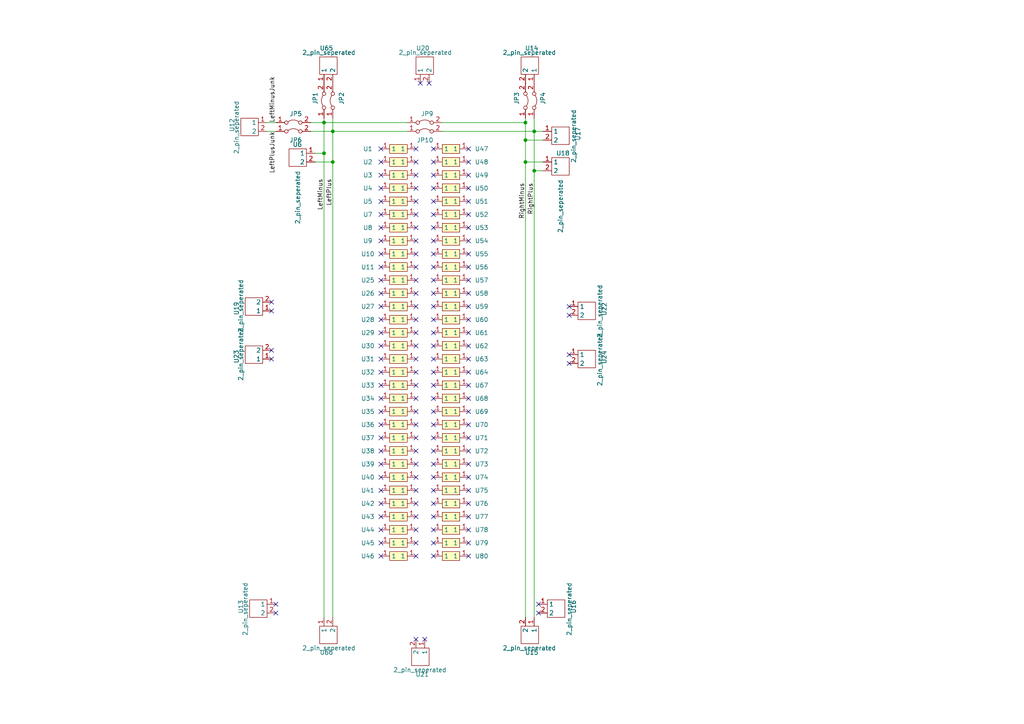
<source format=kicad_sch>
(kicad_sch (version 20211123) (generator eeschema)
  (paper "A4")
  (lib_symbols
    (symbol "Prototypeboard:1_row_connected"
      (property "Reference" "U" (at -1.27 5.08 0))
      (property "Value" "1_row_connected" (at -1.27 2.54 0))
      (symbol "1_row_connected_0_1"
        (rectangle (start -2.54 1.27) (end 2.54 -1.27) (fill (type background)))
      )
      (symbol "1_row_connected_1_1"
        (pin bidirectional line (at -5.08 0 0) (length 2.54) (name "1") (number "1"))
        (pin bidirectional line (at 5.08 0 180) (length 2.54) (name "1") (number "1"))
      )
    )
    (symbol "Prototypeboard:2_pin_seperated"
      (property "Reference" "U" (at -8.89 1.27 0))
      (property "Value" "2_pin_seperated" (at -10.16 0 0))
      (symbol "2_pin_seperated_0_1"
        (rectangle (start -1.27 2.54) (end 3.81 -2.54))
      )
      (symbol "2_pin_seperated_1_1"
        (pin bidirectional line (at 0 -5.08 90) (length 2.54) (name "1") (number "1"))
        (pin bidirectional line (at 2.54 -5.08 90) (length 2.54) (name "2") (number "2"))
      )
    )
    (symbol "Prototypeboard:Jumper_2_Bridged" (pin_names (offset 0) hide)
      (property "Reference" "JP" (at 0 1.905 0))
      (property "Value" "Jumper_2_Bridged" (at 0 -2.54 0))
      (symbol "Jumper_2_Bridged_0_0"
        (circle (center -2.032 0) (radius 0.508))
        (circle (center 2.032 0) (radius 0.508))
      )
      (symbol "Jumper_2_Bridged_0_1"
        (arc (start 1.524 0.254) (mid 0 0.762) (end -1.524 0.254))
      )
      (symbol "Jumper_2_Bridged_1_1"
        (pin passive line (at -5.08 0 0) (length 2.54) (name "A") (number "1"))
        (pin passive line (at 5.08 0 180) (length 2.54) (name "B") (number "2"))
      )
    )
  )
  (junction (at 154.94 49.53))
  (junction (at 152.4 46.99))
  (junction (at 96.52 38.1))
  (junction (at 96.52 46.99))
  (junction (at 93.98 35.56))
  (junction (at 154.94 38.1))
  (junction (at 152.4 35.56))
  (junction (at 93.98 44.45))
  (junction (at 152.4 40.64))
  (no_connect (at 125.73 134.62))
  (no_connect (at 135.89 85.09))
  (no_connect (at 110.49 96.52))
  (no_connect (at 120.65 62.23))
  (no_connect (at 125.73 130.81))
  (no_connect (at 125.73 85.09))
  (no_connect (at 125.73 123.19))
  (no_connect (at 123.19 185.42))
  (no_connect (at 120.65 161.29))
  (no_connect (at 120.65 146.05))
  (no_connect (at 120.65 50.8))
  (no_connect (at 110.49 50.8))
  (no_connect (at 125.73 149.86))
  (no_connect (at 135.89 66.04))
  (no_connect (at 135.89 119.38))
  (no_connect (at 110.49 119.38))
  (no_connect (at 80.01 177.8))
  (no_connect (at 120.65 46.99))
  (no_connect (at 125.73 43.18))
  (no_connect (at 78.74 90.17))
  (no_connect (at 120.65 134.62))
  (no_connect (at 135.89 142.24))
  (no_connect (at 125.73 96.52))
  (no_connect (at 125.73 73.66))
  (no_connect (at 135.89 100.33))
  (no_connect (at 110.49 43.18))
  (no_connect (at 120.65 66.04))
  (no_connect (at 120.65 119.38))
  (no_connect (at 135.89 46.99))
  (no_connect (at 120.65 81.28))
  (no_connect (at 135.89 54.61))
  (no_connect (at 110.49 77.47))
  (no_connect (at 125.73 153.67))
  (no_connect (at 125.73 88.9))
  (no_connect (at 135.89 111.76))
  (no_connect (at 110.49 130.81))
  (no_connect (at 135.89 96.52))
  (no_connect (at 165.1 88.9))
  (no_connect (at 125.73 138.43))
  (no_connect (at 110.49 111.76))
  (no_connect (at 110.49 66.04))
  (no_connect (at 120.65 73.66))
  (no_connect (at 110.49 134.62))
  (no_connect (at 120.65 149.86))
  (no_connect (at 135.89 104.14))
  (no_connect (at 135.89 146.05))
  (no_connect (at 125.73 66.04))
  (no_connect (at 125.73 127))
  (no_connect (at 110.49 123.19))
  (no_connect (at 125.73 146.05))
  (no_connect (at 110.49 58.42))
  (no_connect (at 121.92 24.13))
  (no_connect (at 125.73 161.29))
  (no_connect (at 110.49 46.99))
  (no_connect (at 110.49 100.33))
  (no_connect (at 110.49 153.67))
  (no_connect (at 125.73 77.47))
  (no_connect (at 120.65 100.33))
  (no_connect (at 120.65 77.47))
  (no_connect (at 120.65 58.42))
  (no_connect (at 110.49 54.61))
  (no_connect (at 125.73 46.99))
  (no_connect (at 125.73 58.42))
  (no_connect (at 125.73 69.85))
  (no_connect (at 110.49 81.28))
  (no_connect (at 110.49 62.23))
  (no_connect (at 110.49 85.09))
  (no_connect (at 120.65 142.24))
  (no_connect (at 125.73 115.57))
  (no_connect (at 120.65 69.85))
  (no_connect (at 125.73 111.76))
  (no_connect (at 135.89 157.48))
  (no_connect (at 110.49 69.85))
  (no_connect (at 124.46 24.13))
  (no_connect (at 135.89 92.71))
  (no_connect (at 110.49 107.95))
  (no_connect (at 165.1 102.87))
  (no_connect (at 78.74 87.63))
  (no_connect (at 125.73 92.71))
  (no_connect (at 78.74 104.14))
  (no_connect (at 135.89 73.66))
  (no_connect (at 110.49 73.66))
  (no_connect (at 125.73 104.14))
  (no_connect (at 125.73 81.28))
  (no_connect (at 135.89 149.86))
  (no_connect (at 110.49 142.24))
  (no_connect (at 120.65 123.19))
  (no_connect (at 120.65 107.95))
  (no_connect (at 125.73 142.24))
  (no_connect (at 135.89 138.43))
  (no_connect (at 135.89 88.9))
  (no_connect (at 120.65 157.48))
  (no_connect (at 110.49 92.71))
  (no_connect (at 125.73 100.33))
  (no_connect (at 110.49 146.05))
  (no_connect (at 120.65 88.9))
  (no_connect (at 135.89 134.62))
  (no_connect (at 78.74 101.6))
  (no_connect (at 135.89 43.18))
  (no_connect (at 135.89 130.81))
  (no_connect (at 110.49 157.48))
  (no_connect (at 110.49 161.29))
  (no_connect (at 125.73 157.48))
  (no_connect (at 120.65 92.71))
  (no_connect (at 120.65 96.52))
  (no_connect (at 120.65 138.43))
  (no_connect (at 135.89 77.47))
  (no_connect (at 135.89 123.19))
  (no_connect (at 120.65 54.61))
  (no_connect (at 120.65 127))
  (no_connect (at 135.89 62.23))
  (no_connect (at 110.49 115.57))
  (no_connect (at 135.89 50.8))
  (no_connect (at 125.73 54.61))
  (no_connect (at 120.65 85.09))
  (no_connect (at 120.65 104.14))
  (no_connect (at 125.73 119.38))
  (no_connect (at 135.89 81.28))
  (no_connect (at 125.73 50.8))
  (no_connect (at 120.65 185.42))
  (no_connect (at 135.89 127))
  (no_connect (at 110.49 149.86))
  (no_connect (at 120.65 111.76))
  (no_connect (at 110.49 104.14))
  (no_connect (at 135.89 115.57))
  (no_connect (at 120.65 43.18))
  (no_connect (at 120.65 115.57))
  (no_connect (at 135.89 153.67))
  (no_connect (at 135.89 161.29))
  (no_connect (at 165.1 91.44))
  (no_connect (at 135.89 107.95))
  (no_connect (at 80.01 175.26))
  (no_connect (at 120.65 130.81))
  (no_connect (at 110.49 88.9))
  (no_connect (at 135.89 69.85))
  (no_connect (at 110.49 138.43))
  (no_connect (at 156.21 177.8))
  (no_connect (at 120.65 153.67))
  (no_connect (at 125.73 107.95))
  (no_connect (at 110.49 127))
  (no_connect (at 135.89 58.42))
  (no_connect (at 156.21 175.26))
  (no_connect (at 165.1 105.41))
  (no_connect (at 125.73 62.23))
  (wire (pts (xy 91.44 44.45) (xy 93.98 44.45)))
  (wire (pts (xy 90.17 35.56) (xy 93.98 35.56)))
  (wire (pts (xy 152.4 34.29) (xy 152.4 35.56)))
  (wire (pts (xy 93.98 44.45) (xy 93.98 179.07)))
  (wire (pts (xy 77.47 38.1) (xy 80.01 38.1)))
  (wire (pts (xy 152.4 46.99) (xy 152.4 179.07)))
  (wire (pts (xy 152.4 40.64) (xy 157.48 40.64)))
  (wire (pts (xy 128.27 38.1) (xy 154.94 38.1)))
  (wire (pts (xy 152.4 46.99) (xy 157.48 46.99)))
  (wire (pts (xy 152.4 40.64) (xy 152.4 46.99)))
  (wire (pts (xy 154.94 49.53) (xy 157.48 49.53)))
  (wire (pts (xy 91.44 46.99) (xy 96.52 46.99)))
  (wire (pts (xy 93.98 34.29) (xy 93.98 35.56)))
  (wire (pts (xy 152.4 35.56) (xy 152.4 40.64)))
  (wire (pts (xy 90.17 38.1) (xy 96.52 38.1)))
  (wire (pts (xy 77.47 35.56) (xy 80.01 35.56)))
  (wire (pts (xy 96.52 46.99) (xy 96.52 179.07)))
  (wire (pts (xy 154.94 38.1) (xy 157.48 38.1)))
  (wire (pts (xy 154.94 34.29) (xy 154.94 38.1)))
  (wire (pts (xy 128.27 35.56) (xy 152.4 35.56)))
  (wire (pts (xy 93.98 35.56) (xy 118.11 35.56)))
  (wire (pts (xy 154.94 38.1) (xy 154.94 49.53)))
  (wire (pts (xy 96.52 38.1) (xy 96.52 46.99)))
  (wire (pts (xy 96.52 38.1) (xy 118.11 38.1)))
  (wire (pts (xy 93.98 35.56) (xy 93.98 44.45)))
  (wire (pts (xy 154.94 49.53) (xy 154.94 179.07)))
  (wire (pts (xy 96.52 34.29) (xy 96.52 38.1)))
  (label "LeftPlus" (at 96.52 59.69 90))
  (label "RightMinus" (at 152.4 63.5 90))
  (label "LeftMinus" (at 93.98 60.96 90))
  (label "LeftPlusJunk" (at 80.01 38.1 270))
  (label "LeftMinusJunk" (at 80.01 35.56 90))
  (label "RightPlus" (at 154.94 62.23 90))
  (symbol (lib_id "Prototypeboard:Jumper_2_Bridged") (at 93.98 29.21 90) (unit 1)
    (property "Reference" "JP1" (at 91.44 26.67 0) (effects (justify right)))
    (property "Value" "Jumper_2_Bridged" (effects hide))
    (property "Footprint" "Prototypeboard:SolderJumper-2_P1.3mm_Bridged_RoundedPad1.0x1.5mm" (effects hide))
  )
  (symbol (lib_id "Prototypeboard:1_row_connected") (at 130.81 58.42 0) (mirror y) (unit 1)
    (property "Reference" "U51" (at 139.7 58.42 0))
    (property "Value" "1_row_connected" (effects hide))
    (property "Footprint" "Prototypeboard:8_pin_shifted_connection" (effects hide))
  )
  (symbol (lib_id "Prototypeboard:1_row_connected") (at 130.81 85.09 0) (mirror y) (unit 1)
    (property "Reference" "U58" (at 139.7 85.09 0))
    (property "Value" "1_row_connected" (effects hide))
    (property "Footprint" "Prototypeboard:8_pin_shifted_connection" (effects hide))
  )
  (symbol (lib_id "Prototypeboard:1_row_connected") (at 115.57 149.86 0) (unit 1)
    (property "Reference" "U43" (at 106.68 149.86 0))
    (property "Value" "1_row_connected" (effects hide))
    (property "Footprint" "Prototypeboard:8_pin_shifted_connection" (effects hide))
  )
  (symbol (lib_id "Prototypeboard:1_row_connected") (at 130.81 73.66 0) (mirror y) (unit 1)
    (property "Reference" "U55" (at 139.7 73.66 0))
    (property "Value" "1_row_connected" (effects hide))
    (property "Footprint" "Prototypeboard:8_pin_shifted_connection" (effects hide))
  )
  (symbol (lib_id "Prototypeboard:1_row_connected") (at 115.57 138.43 0) (unit 1)
    (property "Reference" "U40" (at 106.68 138.43 0))
    (property "Value" "1_row_connected" (effects hide))
    (property "Footprint" "Prototypeboard:8_pin_shifted_connection" (effects hide))
  )
  (symbol (lib_id "Prototypeboard:1_row_connected") (at 115.57 107.95 0) (unit 1)
    (property "Reference" "U32" (at 106.68 107.95 0))
    (property "Value" "1_row_connected" (effects hide))
    (property "Footprint" "Prototypeboard:8_pin_shifted_connection" (effects hide))
  )
  (symbol (lib_id "Prototypeboard:1_row_connected") (at 115.57 73.66 0) (unit 1)
    (property "Reference" "U10" (at 106.68 73.66 0))
    (property "Value" "1_row_connected" (effects hide))
    (property "Footprint" "Prototypeboard:8_pin_shifted_connection" (effects hide))
  )
  (symbol (lib_id "Prototypeboard:1_row_connected") (at 115.57 58.42 0) (unit 1)
    (property "Reference" "U5" (at 106.68 58.42 0))
    (property "Value" "1_row_connected" (effects hide))
    (property "Footprint" "Prototypeboard:8_pin_shifted_connection" (effects hide))
  )
  (symbol (lib_id "Prototypeboard:Jumper_2_Bridged") (at 123.19 35.56 0) (unit 1)
    (property "Reference" "JP9" (at 125.73 33.02 0) (effects (justify right)))
    (property "Value" "Jumper_2_Bridged" (effects hide))
    (property "Footprint" "Prototypeboard:SolderJumper-2_P1.3mm_Bridged_RoundedPad1.0x1.5mm" (effects hide))
  )
  (symbol (lib_id "Prototypeboard:2_pin_seperated") (at 73.66 104.14 90) (unit 1)
    (property "Reference" "U23" (at 68.58 105.41 0) (effects (justify left)))
    (property "Value" "2_pin_seperated" (at 69.85 110.49 0) (effects (justify left)))
    (property "Footprint" "Prototypeboard:2_pin_seperated" (effects hide))
  )
  (symbol (lib_id "Prototypeboard:1_row_connected") (at 130.81 111.76 0) (mirror y) (unit 1)
    (property "Reference" "U67" (at 139.7 111.76 0))
    (property "Value" "1_row_connected" (effects hide))
    (property "Footprint" "Prototypeboard:8_pin_shifted_connection" (effects hide))
  )
  (symbol (lib_id "Prototypeboard:2_pin_seperated") (at 161.29 175.26 270) (unit 1)
    (property "Reference" "U16" (at 166.37 173.99 0) (effects (justify left)))
    (property "Value" "2_pin_seperated" (at 165.1 168.91 0) (effects (justify left)))
    (property "Footprint" "Prototypeboard:2_pin_seperated" (effects hide))
  )
  (symbol (lib_id "Prototypeboard:1_row_connected") (at 115.57 69.85 0) (unit 1)
    (property "Reference" "U9" (at 106.68 69.85 0))
    (property "Value" "1_row_connected" (effects hide))
    (property "Footprint" "Prototypeboard:8_pin_shifted_connection" (effects hide))
  )
  (symbol (lib_id "Prototypeboard:1_row_connected") (at 115.57 134.62 0) (unit 1)
    (property "Reference" "U39" (at 106.68 134.62 0))
    (property "Value" "1_row_connected" (effects hide))
    (property "Footprint" "Prototypeboard:8_pin_shifted_connection" (effects hide))
  )
  (symbol (lib_id "Prototypeboard:1_row_connected") (at 130.81 66.04 0) (mirror y) (unit 1)
    (property "Reference" "U53" (at 139.7 66.04 0))
    (property "Value" "1_row_connected" (effects hide))
    (property "Footprint" "Prototypeboard:8_pin_shifted_connection" (effects hide))
  )
  (symbol (lib_id "Prototypeboard:1_row_connected") (at 130.81 43.18 0) (mirror y) (unit 1)
    (property "Reference" "U47" (at 139.7 43.18 0))
    (property "Value" "1_row_connected" (effects hide))
    (property "Footprint" "Prototypeboard:7_pin_shifted_connection" (effects hide))
  )
  (symbol (lib_id "Prototypeboard:1_row_connected") (at 130.81 96.52 0) (mirror y) (unit 1)
    (property "Reference" "U61" (at 139.7 96.52 0))
    (property "Value" "1_row_connected" (effects hide))
    (property "Footprint" "Prototypeboard:8_pin_shifted_connection" (effects hide))
  )
  (symbol (lib_id "Prototypeboard:1_row_connected") (at 130.81 107.95 0) (mirror y) (unit 1)
    (property "Reference" "U64" (at 139.7 107.95 0))
    (property "Value" "1_row_connected" (effects hide))
    (property "Footprint" "Prototypeboard:8_pin_shifted_connection" (effects hide))
  )
  (symbol (lib_id "Prototypeboard:2_pin_seperated") (at 74.93 175.26 90) (mirror x) (unit 1)
    (property "Reference" "U13" (at 69.85 173.99 0) (effects (justify left)))
    (property "Value" "2_pin_seperated" (at 71.12 168.91 0) (effects (justify left)))
    (property "Footprint" "Prototypeboard:2_pin_seperated" (effects hide))
  )
  (symbol (lib_id "Prototypeboard:1_row_connected") (at 130.81 54.61 0) (mirror y) (unit 1)
    (property "Reference" "U50" (at 139.7 54.61 0))
    (property "Value" "1_row_connected" (effects hide))
    (property "Footprint" "Prototypeboard:8_pin_shifted_connection" (effects hide))
  )
  (symbol (lib_id "Prototypeboard:1_row_connected") (at 115.57 142.24 0) (unit 1)
    (property "Reference" "U41" (at 106.68 142.24 0))
    (property "Value" "1_row_connected" (effects hide))
    (property "Footprint" "Prototypeboard:8_pin_shifted_connection" (effects hide))
  )
  (symbol (lib_id "Prototypeboard:1_row_connected") (at 130.81 81.28 0) (mirror y) (unit 1)
    (property "Reference" "U57" (at 139.7 81.28 0))
    (property "Value" "1_row_connected" (effects hide))
    (property "Footprint" "Prototypeboard:8_pin_shifted_connection" (effects hide))
  )
  (symbol (lib_id "Prototypeboard:1_row_connected") (at 115.57 161.29 0) (unit 1)
    (property "Reference" "U46" (at 106.68 161.29 0))
    (property "Value" "1_row_connected" (effects hide))
    (property "Footprint" "Prototypeboard:8_pin_shifted_connection" (effects hide))
  )
  (symbol (lib_id "Prototypeboard:2_pin_seperated") (at 170.18 88.9 270) (unit 1)
    (property "Reference" "U22" (at 175.26 87.63 0) (effects (justify left)))
    (property "Value" "2_pin_seperated" (at 173.99 82.55 0) (effects (justify left)))
    (property "Footprint" "Prototypeboard:2_pin_seperated" (effects hide))
  )
  (symbol (lib_id "Prototypeboard:1_row_connected") (at 130.81 127 0) (mirror y) (unit 1)
    (property "Reference" "U71" (at 139.7 127 0))
    (property "Value" "1_row_connected" (effects hide))
    (property "Footprint" "Prototypeboard:8_pin_shifted_connection" (effects hide))
  )
  (symbol (lib_id "Prototypeboard:Jumper_2_Bridged") (at 152.4 29.21 270) (mirror x) (unit 1)
    (property "Reference" "JP3" (at 149.86 26.67 0) (effects (justify right)))
    (property "Value" "Jumper_2_Bridged" (effects hide))
    (property "Footprint" "Prototypeboard:SolderJumper-2_P1.3mm_Bridged_RoundedPad1.0x1.5mm" (effects hide))
  )
  (symbol (lib_id "Prototypeboard:1_row_connected") (at 130.81 161.29 0) (mirror y) (unit 1)
    (property "Reference" "U80" (at 139.7 161.29 0))
    (property "Value" "1_row_connected" (effects hide))
    (property "Footprint" "Prototypeboard:8_pin_shifted_connection" (effects hide))
  )
  (symbol (lib_id "Prototypeboard:1_row_connected") (at 115.57 81.28 0) (unit 1)
    (property "Reference" "U25" (at 106.68 81.28 0))
    (property "Value" "1_row_connected" (effects hide))
    (property "Footprint" "Prototypeboard:8_pin_shifted_connection" (effects hide))
  )
  (symbol (lib_id "Prototypeboard:1_row_connected") (at 115.57 88.9 0) (unit 1)
    (property "Reference" "U27" (at 106.68 88.9 0))
    (property "Value" "1_row_connected" (effects hide))
    (property "Footprint" "Prototypeboard:8_pin_shifted_connection" (effects hide))
  )
  (symbol (lib_id "Prototypeboard:1_row_connected") (at 130.81 157.48 0) (mirror y) (unit 1)
    (property "Reference" "U79" (at 139.7 157.48 0))
    (property "Value" "1_row_connected" (effects hide))
    (property "Footprint" "Prototypeboard:8_pin_shifted_connection" (effects hide))
  )
  (symbol (lib_id "Prototypeboard:2_pin_seperated") (at 86.36 44.45 90) (mirror x) (unit 1)
    (property "Reference" "U6" (at 87.63 41.91 90) (effects (justify left)))
    (property "Value" "2_pin_seperated" (at 86.36 49.53 0) (effects (justify left)))
    (property "Footprint" "Prototypeboard:30x2_pin_connected" (effects hide))
  )
  (symbol (lib_id "Prototypeboard:1_row_connected") (at 115.57 62.23 0) (unit 1)
    (property "Reference" "U7" (at 106.68 62.23 0))
    (property "Value" "1_row_connected" (effects hide))
    (property "Footprint" "Prototypeboard:8_pin_shifted_connection" (effects hide))
  )
  (symbol (lib_id "Prototypeboard:1_row_connected") (at 115.57 119.38 0) (unit 1)
    (property "Reference" "U35" (at 106.68 119.38 0))
    (property "Value" "1_row_connected" (effects hide))
    (property "Footprint" "Prototypeboard:8_pin_shifted_connection" (effects hide))
  )
  (symbol (lib_id "Prototypeboard:1_row_connected") (at 130.81 104.14 0) (mirror y) (unit 1)
    (property "Reference" "U63" (at 139.7 104.14 0))
    (property "Value" "1_row_connected" (effects hide))
    (property "Footprint" "Prototypeboard:8_pin_shifted_connection" (effects hide))
  )
  (symbol (lib_id "Prototypeboard:1_row_connected") (at 115.57 130.81 0) (unit 1)
    (property "Reference" "U38" (at 106.68 130.81 0))
    (property "Value" "1_row_connected" (effects hide))
    (property "Footprint" "Prototypeboard:8_pin_shifted_connection" (effects hide))
  )
  (symbol (lib_id "Prototypeboard:2_pin_seperated") (at 73.66 90.17 90) (unit 1)
    (property "Reference" "U19" (at 68.58 91.44 0) (effects (justify left)))
    (property "Value" "2_pin_seperated" (at 69.85 96.52 0) (effects (justify left)))
    (property "Footprint" "Prototypeboard:2_pin_seperated" (effects hide))
  )
  (symbol (lib_id "Prototypeboard:1_row_connected") (at 115.57 77.47 0) (unit 1)
    (property "Reference" "U11" (at 106.68 77.47 0))
    (property "Value" "1_row_connected" (effects hide))
    (property "Footprint" "Prototypeboard:8_pin_shifted_connection" (effects hide))
  )
  (symbol (lib_id "Prototypeboard:1_row_connected") (at 130.81 88.9 0) (mirror y) (unit 1)
    (property "Reference" "U59" (at 139.7 88.9 0))
    (property "Value" "1_row_connected" (effects hide))
    (property "Footprint" "Prototypeboard:8_pin_shifted_connection" (effects hide))
  )
  (symbol (lib_id "Prototypeboard:2_pin_seperated") (at 123.19 190.5 180) (unit 1)
    (property "Reference" "U21" (at 124.46 195.58 0) (effects (justify left)))
    (property "Value" "2_pin_seperated" (at 129.54 194.31 0) (effects (justify left)))
    (property "Footprint" "Prototypeboard:2_pin_seperated" (effects hide))
  )
  (symbol (lib_id "Prototypeboard:1_row_connected") (at 115.57 50.8 0) (unit 1)
    (property "Reference" "U3" (at 106.68 50.8 0))
    (property "Value" "1_row_connected" (effects hide))
    (property "Footprint" "Prototypeboard:7_pin_shifted_connection" (effects hide))
  )
  (symbol (lib_id "Prototypeboard:1_row_connected") (at 130.81 123.19 0) (mirror y) (unit 1)
    (property "Reference" "U70" (at 139.7 123.19 0))
    (property "Value" "1_row_connected" (effects hide))
    (property "Footprint" "Prototypeboard:8_pin_shifted_connection" (effects hide))
  )
  (symbol (lib_id "Prototypeboard:1_row_connected") (at 130.81 138.43 0) (mirror y) (unit 1)
    (property "Reference" "U74" (at 139.7 138.43 0))
    (property "Value" "1_row_connected" (effects hide))
    (property "Footprint" "Prototypeboard:8_pin_shifted_connection" (effects hide))
  )
  (symbol (lib_id "Prototypeboard:1_row_connected") (at 115.57 85.09 0) (unit 1)
    (property "Reference" "U26" (at 106.68 85.09 0))
    (property "Value" "1_row_connected" (effects hide))
    (property "Footprint" "Prototypeboard:8_pin_shifted_connection" (effects hide))
  )
  (symbol (lib_id "Prototypeboard:1_row_connected") (at 130.81 130.81 0) (mirror y) (unit 1)
    (property "Reference" "U72" (at 139.7 130.81 0))
    (property "Value" "1_row_connected" (effects hide))
    (property "Footprint" "Prototypeboard:8_pin_shifted_connection" (effects hide))
  )
  (symbol (lib_id "Prototypeboard:1_row_connected") (at 130.81 50.8 0) (mirror y) (unit 1)
    (property "Reference" "U49" (at 139.7 50.8 0))
    (property "Value" "1_row_connected" (effects hide))
    (property "Footprint" "Prototypeboard:8_pin_shifted_connection" (effects hide))
  )
  (symbol (lib_id "Prototypeboard:2_pin_seperated") (at 154.94 184.15 180) (unit 1)
    (property "Reference" "U15" (at 156.21 189.23 0) (effects (justify left)))
    (property "Value" "2_pin_seperated" (at 161.29 187.96 0) (effects (justify left)))
    (property "Footprint" "Prototypeboard:2_pin_seperated" (effects hide))
  )
  (symbol (lib_id "Prototypeboard:Jumper_2_Bridged") (at 85.09 35.56 0) (unit 1)
    (property "Reference" "JP5" (at 87.63 33.02 0) (effects (justify right)))
    (property "Value" "Jumper_2_Bridged" (effects hide))
    (property "Footprint" "Prototypeboard:SolderJumper-2_P1.3mm_Bridged_RoundedPad1.0x1.5mm" (effects hide))
  )
  (symbol (lib_id "Prototypeboard:1_row_connected") (at 115.57 111.76 0) (unit 1)
    (property "Reference" "U33" (at 106.68 111.76 0))
    (property "Value" "1_row_connected" (effects hide))
    (property "Footprint" "Prototypeboard:8_pin_shifted_connection" (effects hide))
  )
  (symbol (lib_id "Prototypeboard:1_row_connected") (at 130.81 119.38 0) (mirror y) (unit 1)
    (property "Reference" "U69" (at 139.7 119.38 0))
    (property "Value" "1_row_connected" (effects hide))
    (property "Footprint" "Prototypeboard:8_pin_shifted_connection" (effects hide))
  )
  (symbol (lib_id "Prototypeboard:1_row_connected") (at 130.81 146.05 0) (mirror y) (unit 1)
    (property "Reference" "U76" (at 139.7 146.05 0))
    (property "Value" "1_row_connected" (effects hide))
    (property "Footprint" "Prototypeboard:8_pin_shifted_connection" (effects hide))
  )
  (symbol (lib_id "Prototypeboard:2_pin_seperated") (at 162.56 38.1 270) (unit 1)
    (property "Reference" "U17" (at 167.64 36.83 0) (effects (justify left)))
    (property "Value" "2_pin_seperated" (at 166.37 31.75 0) (effects (justify left)))
    (property "Footprint" "Prototypeboard:2_pin_seperated" (effects hide))
  )
  (symbol (lib_id "Prototypeboard:1_row_connected") (at 130.81 142.24 0) (mirror y) (unit 1)
    (property "Reference" "U75" (at 139.7 142.24 0))
    (property "Value" "1_row_connected" (effects hide))
    (property "Footprint" "Prototypeboard:8_pin_shifted_connection" (effects hide))
  )
  (symbol (lib_id "Prototypeboard:1_row_connected") (at 130.81 149.86 0) (mirror y) (unit 1)
    (property "Reference" "U77" (at 139.7 149.86 0))
    (property "Value" "1_row_connected" (effects hide))
    (property "Footprint" "Prototypeboard:8_pin_shifted_connection" (effects hide))
  )
  (symbol (lib_id "Prototypeboard:2_pin_seperated") (at 121.92 19.05 0) (unit 1)
    (property "Reference" "U20" (at 120.65 13.97 0) (effects (justify left)))
    (property "Value" "2_pin_seperated" (at 115.57 15.24 0) (effects (justify left)))
    (property "Footprint" "Prototypeboard:2_pin_seperated" (effects hide))
  )
  (symbol (lib_id "Prototypeboard:2_pin_seperated") (at 93.98 184.15 0) (mirror x) (unit 1)
    (property "Reference" "U66" (at 92.71 189.23 0) (effects (justify left)))
    (property "Value" "2_pin_seperated" (at 87.63 187.96 0) (effects (justify left)))
    (property "Footprint" "Prototypeboard:2_pin_seperated" (effects hide))
  )
  (symbol (lib_id "Prototypeboard:1_row_connected") (at 115.57 100.33 0) (unit 1)
    (property "Reference" "U30" (at 106.68 100.33 0))
    (property "Value" "1_row_connected" (effects hide))
    (property "Footprint" "Prototypeboard:8_pin_shifted_connection" (effects hide))
  )
  (symbol (lib_id "Prototypeboard:1_row_connected") (at 130.81 62.23 0) (mirror y) (unit 1)
    (property "Reference" "U52" (at 139.7 62.23 0))
    (property "Value" "1_row_connected" (effects hide))
    (property "Footprint" "Prototypeboard:8_pin_shifted_connection" (effects hide))
  )
  (symbol (lib_id "Prototypeboard:2_pin_seperated") (at 154.94 19.05 0) (mirror y) (unit 1)
    (property "Reference" "U14" (at 156.21 13.97 0) (effects (justify left)))
    (property "Value" "2_pin_seperated" (at 161.29 15.24 0) (effects (justify left)))
    (property "Footprint" "Prototypeboard:2_pin_seperated" (effects hide))
  )
  (symbol (lib_id "Prototypeboard:1_row_connected") (at 130.81 92.71 0) (mirror y) (unit 1)
    (property "Reference" "U60" (at 139.7 92.71 0))
    (property "Value" "1_row_connected" (effects hide))
    (property "Footprint" "Prototypeboard:8_pin_shifted_connection" (effects hide))
  )
  (symbol (lib_id "Prototypeboard:Jumper_2_Bridged") (at 154.94 29.21 270) (mirror x) (unit 1)
    (property "Reference" "JP4" (at 157.48 26.67 0) (effects (justify right)))
    (property "Value" "Jumper_2_Bridged" (effects hide))
    (property "Footprint" "Prototypeboard:SolderJumper-2_P1.3mm_Bridged_RoundedPad1.0x1.5mm" (effects hide))
  )
  (symbol (lib_id "Prototypeboard:2_pin_seperated") (at 170.18 102.87 270) (unit 1)
    (property "Reference" "U24" (at 175.26 101.6 0) (effects (justify left)))
    (property "Value" "2_pin_seperated" (at 173.99 96.52 0) (effects (justify left)))
    (property "Footprint" "Prototypeboard:2_pin_seperated" (effects hide))
  )
  (symbol (lib_id "Prototypeboard:1_row_connected") (at 115.57 115.57 0) (unit 1)
    (property "Reference" "U34" (at 106.68 115.57 0))
    (property "Value" "1_row_connected" (effects hide))
    (property "Footprint" "Prototypeboard:8_pin_shifted_connection" (effects hide))
  )
  (symbol (lib_id "Prototypeboard:1_row_connected") (at 115.57 157.48 0) (unit 1)
    (property "Reference" "U45" (at 106.68 157.48 0))
    (property "Value" "1_row_connected" (effects hide))
    (property "Footprint" "Prototypeboard:8_pin_shifted_connection" (effects hide))
  )
  (symbol (lib_id "Prototypeboard:1_row_connected") (at 130.81 100.33 0) (mirror y) (unit 1)
    (property "Reference" "U62" (at 139.7 100.33 0))
    (property "Value" "1_row_connected" (effects hide))
    (property "Footprint" "Prototypeboard:8_pin_shifted_connection" (effects hide))
  )
  (symbol (lib_id "Prototypeboard:1_row_connected") (at 130.81 77.47 0) (mirror y) (unit 1)
    (property "Reference" "U56" (at 139.7 77.47 0))
    (property "Value" "1_row_connected" (effects hide))
    (property "Footprint" "Prototypeboard:8_pin_shifted_connection" (effects hide))
  )
  (symbol (lib_id "Prototypeboard:1_row_connected") (at 115.57 46.99 0) (unit 1)
    (property "Reference" "U2" (at 106.68 46.99 0))
    (property "Value" "1_row_connected" (effects hide))
    (property "Footprint" "Prototypeboard:7_pin_shifted_connection" (effects hide))
  )
  (symbol (lib_id "Prototypeboard:1_row_connected") (at 130.81 69.85 0) (mirror y) (unit 1)
    (property "Reference" "U54" (at 139.7 69.85 0))
    (property "Value" "1_row_connected" (effects hide))
    (property "Footprint" "Prototypeboard:8_pin_shifted_connection" (effects hide))
  )
  (symbol (lib_id "Prototypeboard:1_row_connected") (at 130.81 153.67 0) (mirror y) (unit 1)
    (property "Reference" "U78" (at 139.7 153.67 0))
    (property "Value" "1_row_connected" (effects hide))
    (property "Footprint" "Prototypeboard:8_pin_shifted_connection" (effects hide))
  )
  (symbol (lib_id "Prototypeboard:1_row_connected") (at 115.57 104.14 0) (unit 1)
    (property "Reference" "U31" (at 106.68 104.14 0))
    (property "Value" "1_row_connected" (effects hide))
    (property "Footprint" "Prototypeboard:8_pin_shifted_connection" (effects hide))
  )
  (symbol (lib_id "Prototypeboard:1_row_connected") (at 130.81 115.57 0) (mirror y) (unit 1)
    (property "Reference" "U68" (at 139.7 115.57 0))
    (property "Value" "1_row_connected" (effects hide))
    (property "Footprint" "Prototypeboard:8_pin_shifted_connection" (effects hide))
  )
  (symbol (lib_id "Prototypeboard:1_row_connected") (at 115.57 127 0) (unit 1)
    (property "Reference" "U37" (at 106.68 127 0))
    (property "Value" "1_row_connected" (effects hide))
    (property "Footprint" "Prototypeboard:8_pin_shifted_connection" (effects hide))
  )
  (symbol (lib_id "Prototypeboard:1_row_connected") (at 130.81 134.62 0) (mirror y) (unit 1)
    (property "Reference" "U73" (at 139.7 134.62 0))
    (property "Value" "1_row_connected" (effects hide))
    (property "Footprint" "Prototypeboard:8_pin_shifted_connection" (effects hide))
  )
  (symbol (lib_id "Prototypeboard:2_pin_seperated") (at 93.98 19.05 0) (unit 1)
    (property "Reference" "U65" (at 92.71 13.97 0) (effects (justify left)))
    (property "Value" "2_pin_seperated" (at 87.63 15.24 0) (effects (justify left)))
    (property "Footprint" "Prototypeboard:2_pin_seperated" (effects hide))
  )
  (symbol (lib_id "Prototypeboard:1_row_connected") (at 115.57 66.04 0) (unit 1)
    (property "Reference" "U8" (at 106.68 66.04 0))
    (property "Value" "1_row_connected" (effects hide))
    (property "Footprint" "Prototypeboard:8_pin_shifted_connection" (effects hide))
  )
  (symbol (lib_id "Prototypeboard:2_pin_seperated") (at 162.56 46.99 270) (unit 1)
    (property "Reference" "U18" (at 161.29 44.45 90) (effects (justify left)))
    (property "Value" "2_pin_seperated" (at 162.56 52.07 0) (effects (justify left)))
    (property "Footprint" "Prototypeboard:31x2_pin_connected" (effects hide))
  )
  (symbol (lib_id "Prototypeboard:1_row_connected") (at 115.57 123.19 0) (unit 1)
    (property "Reference" "U36" (at 106.68 123.19 0))
    (property "Value" "1_row_connected" (effects hide))
    (property "Footprint" "Prototypeboard:8_pin_shifted_connection" (effects hide))
  )
  (symbol (lib_id "Prototypeboard:1_row_connected") (at 115.57 96.52 0) (unit 1)
    (property "Reference" "U29" (at 106.68 96.52 0))
    (property "Value" "1_row_connected" (effects hide))
    (property "Footprint" "Prototypeboard:8_pin_shifted_connection" (effects hide))
  )
  (symbol (lib_id "Prototypeboard:1_row_connected") (at 115.57 92.71 0) (unit 1)
    (property "Reference" "U28" (at 106.68 92.71 0))
    (property "Value" "1_row_connected" (effects hide))
    (property "Footprint" "Prototypeboard:8_pin_shifted_connection" (effects hide))
  )
  (symbol (lib_id "Prototypeboard:Jumper_2_Bridged") (at 85.09 38.1 0) (unit 1)
    (property "Reference" "JP6" (at 87.63 40.64 0) (effects (justify right)))
    (property "Value" "Jumper_2_Bridged" (effects hide))
    (property "Footprint" "Prototypeboard:SolderJumper-2_P1.3mm_Bridged_RoundedPad1.0x1.5mm" (effects hide))
  )
  (symbol (lib_id "Prototypeboard:1_row_connected") (at 130.81 46.99 0) (mirror y) (unit 1)
    (property "Reference" "U48" (at 139.7 46.99 0))
    (property "Value" "1_row_connected" (effects hide))
    (property "Footprint" "Prototypeboard:7_pin_shifted_connection" (effects hide))
  )
  (symbol (lib_id "Prototypeboard:2_pin_seperated") (at 72.39 35.56 90) (mirror x) (unit 1)
    (property "Reference" "U12" (at 67.31 34.29 0) (effects (justify left)))
    (property "Value" "2_pin_seperated" (at 68.58 29.21 0) (effects (justify left)))
    (property "Footprint" "Prototypeboard:2_pin_seperated" (effects hide))
  )
  (symbol (lib_id "Prototypeboard:1_row_connected") (at 115.57 153.67 0) (unit 1)
    (property "Reference" "U44" (at 106.68 153.67 0))
    (property "Value" "1_row_connected" (effects hide))
    (property "Footprint" "Prototypeboard:8_pin_shifted_connection" (effects hide))
  )
  (symbol (lib_id "Prototypeboard:Jumper_2_Bridged") (at 123.19 38.1 0) (unit 1)
    (property "Reference" "JP10" (at 125.73 40.64 0) (effects (justify right)))
    (property "Value" "Jumper_2_Bridged" (effects hide))
    (property "Footprint" "Prototypeboard:SolderJumper-2_P1.3mm_Bridged_RoundedPad1.0x1.5mm" (effects hide))
  )
  (symbol (lib_id "Prototypeboard:1_row_connected") (at 115.57 43.18 0) (unit 1)
    (property "Reference" "U1" (at 106.68 43.18 0))
    (property "Value" "1_row_connected" (effects hide))
    (property "Footprint" "Prototypeboard:7_pin_shifted_connection" (effects hide))
  )
  (symbol (lib_id "Prototypeboard:1_row_connected") (at 115.57 54.61 0) (unit 1)
    (property "Reference" "U4" (at 106.68 54.61 0))
    (property "Value" "1_row_connected" (effects hide))
    (property "Footprint" "Prototypeboard:8_pin_shifted_connection" (effects hide))
  )
  (symbol (lib_id "Prototypeboard:Jumper_2_Bridged") (at 96.52 29.21 90) (unit 1)
    (property "Reference" "JP2" (at 99.06 26.67 0) (effects (justify right)))
    (property "Value" "Jumper_2_Bridged" (effects hide))
    (property "Footprint" "Prototypeboard:SolderJumper-2_P1.3mm_Bridged_RoundedPad1.0x1.5mm" (effects hide))
  )
  (symbol (lib_id "Prototypeboard:1_row_connected") (at 115.57 146.05 0) (unit 1)
    (property "Reference" "U42" (at 106.68 146.05 0))
    (property "Value" "1_row_connected" (effects hide))
    (property "Footprint" "Prototypeboard:8_pin_shifted_connection" (effects hide))
  )
)
</source>
